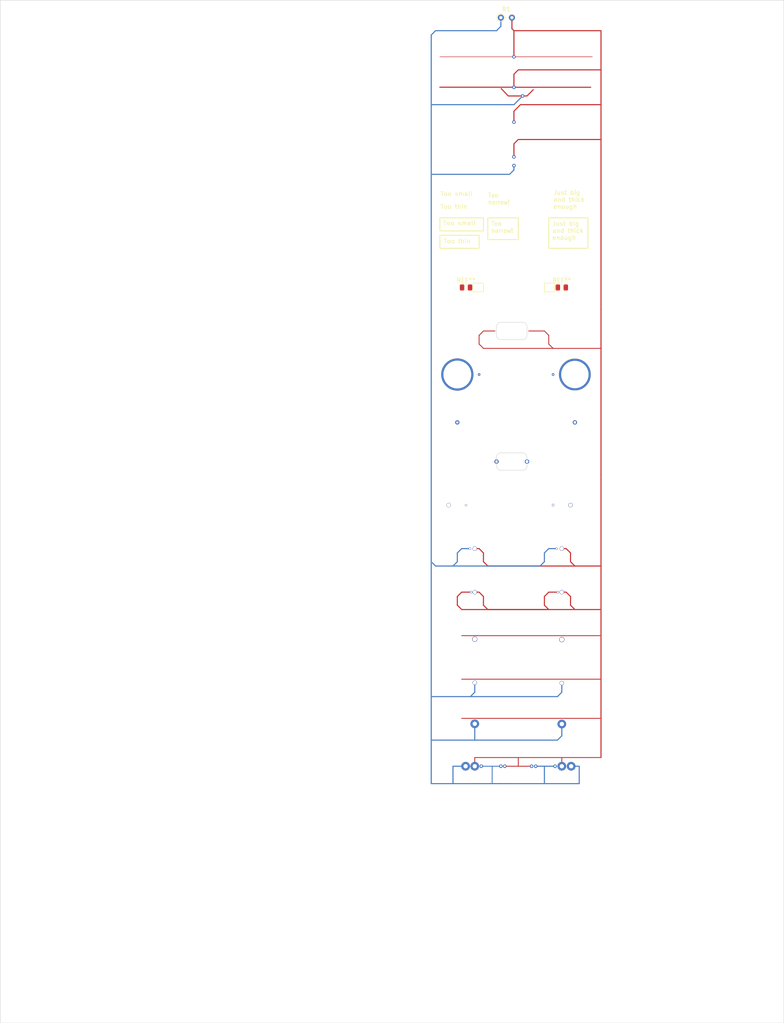
<source format=kicad_pcb>
(kicad_pcb (version 20221018) (generator pcbnew)
  (title_block (title "JLCPCB Custom Design Rules (.kicad_dru)") (date "2023-10-19") (company "LabTroll") (comment 1 "Author: Morten Hattesen"))
  (layers (0 "F.Cu" signal) (1 "In1.Cu" signal) (2 "In2.Cu" signal) (31 "B.Cu" signal) (34 "B.Paste" user) (35 "F.Paste" user) (36 "B.SilkS" user "B.Silkscreen") (37 "F.SilkS" user "F.Silkscreen") (38 "B.Mask" user) (39 "F.Mask" user) (44 "Edge.Cuts" user))
  (property "FOX" "THE QUICK BROWN FOX JUMPS OVER THE LAZY DOG")
  (property "fox" "the quick brown fox jumps over the lazy dog")
  (net 0 "")
  (net 1 "+5V")
  (net 2 "GND")
  (footprint "Resistor_SMD:R_0805_2012Metric" (layer "F.Cu") (at 143 79)
    (fp_text reference "REF**" (at 0 -1.65) (layer "F.SilkS"))
    (fp_text value "R_0805_2012Metric")
    (fp_line (start -0.227064 -0.735) (end 0.227064 -0.735) (stroke (width 0.12)) (layer "F.SilkS"))
    (fp_line (start -0.227064 0.735) (end 0.227064 0.735) (stroke (width 0.12)) (layer "F.SilkS"))
    (pad "1" smd roundrect (at -0.9125 0) (size 1.025 1.4) (layers "F.Cu" "F.Paste" "F.Mask") (roundrect_rratio 0.243902))
    (pad "2" smd roundrect (at 0.9125 0) (size 1.025 1.4) (layers "F.Cu" "F.Paste" "F.Mask") (roundrect_rratio 0.243902))
  )
  (footprint "MountingHole:MountingHole_2.2mm_M2_DIN965_Pad_TopBottom" (layer "F.Cu") (at 141 99)
    (fp_text reference "REF**" hide)
    (fp_text value "MountingHole_2.2mm_M2_DIN965_Pad_TopBottom" hide)
    (pad "1" thru_hole circle (at 0 0) (size 0.6 0.6) (drill 0.2) (layers "*.Cu" "*.Mask"))
  )
  (footprint "MountingHole:MountingHole_3.7mm_Pad_TopBottom" (layer "F.Cu") (at 119 99)
    (fp_text reference "REF**" hide)
    (fp_text value "MountingHole_3.7mm_Pad_TopBottom" hide)
    (pad "1" thru_hole circle (at 0 0) (size 7.4 7.4) (drill 6.4) (layers "*.Cu" "*.Mask"))
  )
  (footprint "MountingHole:MountingHole_2.2mm_M2_DIN965_Pad_TopBottom" (layer "F.Cu") (at 143 139)
    (fp_text reference "REF**" hide)
    (fp_text value "MountingHole_2.2mm_M2_DIN965_Pad_TopBottom" hide)
    (pad "1" thru_hole circle (at 0 0) (size 1 1) (drill 0.85) (property pad_prop_castellated) (layers "*.Cu" "*.Mask") (net 2 "GND"))
  )
  (footprint "MountingHole:MountingHole_2.2mm_M2_DIN965_Pad_TopBottom" (layer "F.Cu") (at 143 179.3)
    (fp_text reference "REF**" hide)
    (fp_text value "MountingHole_2.2mm_M2_DIN965_Pad_TopBottom" hide)
    (pad "1" thru_hole circle (at 0 0) (size 2 2) (drill 1) (property pad_prop_castellated) (layers "*.Cu" "*.Mask") (net 1 "+5V"))
  )
  (footprint "MountingHole:MountingHole_2.2mm_M2_DIN965_Pad_TopBottom" (layer "F.Cu") (at 128 119)
    (fp_text reference "REF**" hide)
    (fp_text value "MountingHole_2.2mm_M2_DIN965_Pad_TopBottom" hide)
    (pad "1" thru_hole circle (at 0 0) (size 1 1) (drill 0.5) (property pad_prop_castellated) (layers "*.Cu" "*.Mask"))
  )
  (footprint "MountingHole:MountingHole_2.2mm_M2_DIN965_Pad_TopBottom" (layer "F.Cu") (at 143 169.9)
    (fp_text reference "REF**" hide)
    (fp_text value "MountingHole_2.2mm_M2_DIN965_Pad_TopBottom" hide)
    (pad "1" thru_hole circle (at 0 0) (size 1 1) (drill 0.85) (property pad_prop_castellated) (layers "*.Cu" "*.Mask") (net 1 "+5V"))
  )
  (footprint "Connector_Pin:Pin_D0.7mm_L6.5mm_W1.8mm_FlatFork" (layer "F.Cu") (at 123 159.8)
    (fp_text reference "REF**" hide)
    (fp_text value "Pin_D0.7mm_L6.5mm_W1.8mm_FlatFork" hide)
    (pad "" np_thru_hole circle (at 0 0) (size 1.2 1.2) (drill 1) (layers "F&B.Cu" "*.Mask"))
  )
  (footprint "MountingHole:MountingHole_2.2mm_M2_DIN965_Pad_TopBottom" (layer "F.Cu") (at 135 119)
    (fp_text reference "REF**" hide)
    (fp_text value "MountingHole_2.2mm_M2_DIN965_Pad_TopBottom" hide)
    (pad "1" thru_hole circle (at 0 0) (size 1 1) (drill 0.6) (property pad_prop_castellated) (layers "*.Cu" "*.Mask"))
  )
  (footprint "MountingHole:MountingHole_2.1mm" (layer "F.Cu") (at 119 110)
    (fp_text reference "REF**" hide)
    (fp_text value "MountingHole_2.1mm" hide)
    (pad "" np_thru_hole circle (at 0 0) (size 1 1) (drill 0.45) (layers "F&B.Cu" "*.Mask"))
  )
  (footprint "Resistor_SMD:R_0805_2012Metric" (layer "F.Cu") (at 121 79)
    (fp_text reference "REF**" (at 0 -1.65) (layer "F.SilkS"))
    (fp_text value "R_0805_2012Metric")
    (fp_line (start -0.227064 -0.735) (end 0.227064 -0.735) (stroke (width 0.12)) (layer "F.SilkS"))
    (fp_line (start -0.227064 0.735) (end 0.227064 0.735) (stroke (width 0.12)) (layer "F.SilkS"))
    (pad "1" smd roundrect (at -0.9125 0) (size 1.025 1.4) (layers "F.Cu" "F.Paste" "F.Mask") (roundrect_rratio 0.243902))
    (pad "2" smd roundrect (at 0.9125 0) (size 1.025 1.4) (layers "F.Cu" "F.Paste" "F.Mask") (roundrect_rratio 0.243902))
  )
  (footprint "Connector_Pin:Pin_D0.7mm_L6.5mm_W1.8mm_FlatFork" (layer "F.Cu") (at 143 159.9)
    (fp_text reference "REF**" hide)
    (fp_text value "Pin_D0.7mm_L6.5mm_W1.8mm_FlatFork" hide)
    (pad "" np_thru_hole circle (at 0 0) (size 1.2 1.2) (drill 1) (layers "F&B.Cu" "*.Mask"))
  )
  (footprint "MountingHole:MountingHole_2.2mm_M2_DIN965_Pad_TopBottom" (layer "F.Cu") (at 143 149)
    (fp_text reference "REF**" hide)
    (fp_text value "MountingHole_2.2mm_M2_DIN965_Pad_TopBottom" hide)
    (pad "1" thru_hole circle (at 0 0) (size 1 1) (drill 0.85) (property pad_prop_castellated) (layers "*.Cu" "*.Mask") (net 2 "GND"))
  )
  (footprint "MountingHole:MountingHole_2.2mm_M2_DIN965_Pad_TopBottom" (layer "F.Cu") (at 143 189)
    (fp_text reference "REF**" hide)
    (fp_text value "MountingHole_2.2mm_M2_DIN965_Pad_TopBottom" hide)
    (pad "1" thru_hole circle (at 0 0) (size 2 2) (drill 1) (property pad_prop_castellated) (layers "*.Cu" "*.Mask") (net 2 "GND"))
  )
  (footprint "MountingHole:MountingHole_2.2mm_M2_DIN965_Pad_TopBottom" (layer "F.Cu") (at 145.15 189)
    (fp_text reference "REF**" hide)
    (fp_text value "MountingHole_2.2mm_M2_DIN965_Pad_TopBottom" hide)
    (pad "1" thru_hole circle (at 0 0) (size 2 2) (drill 1) (property pad_prop_castellated) (layers "*.Cu" "*.Mask") (net 1 "+5V"))
  )
  (footprint "MountingHole:MountingHole_2.2mm_M2_DIN965_Pad_TopBottom" (layer "F.Cu") (at 123 189)
    (fp_text reference "REF**" hide)
    (fp_text value "MountingHole_2.2mm_M2_DIN965_Pad_TopBottom" hide)
    (pad "1" thru_hole circle (at 0 0) (size 2 2) (drill 1) (property pad_prop_castellated) (layers "*.Cu" "*.Mask") (net 2 "GND"))
  )
  (footprint "MountingHole:MountingHole_2.2mm_M2_DIN965_Pad_TopBottom" (layer "F.Cu") (at 123 139)
    (fp_text reference "REF**" hide)
    (fp_text value "MountingHole_2.2mm_M2_DIN965_Pad_TopBottom" hide)
    (pad "1" thru_hole circle (at 0 0) (size 1 1) (drill 0.85) (property pad_prop_castellated) (layers "*.Cu" "*.Mask") (net 2 "GND"))
  )
  (footprint "MountingHole:MountingHole_2.2mm_M2_DIN965_Pad_TopBottom" (layer "F.Cu") (at 123 169.8)
    (fp_text reference "REF**" hide)
    (fp_text value "MountingHole_2.2mm_M2_DIN965_Pad_TopBottom" hide)
    (pad "1" thru_hole circle (at 0 0) (size 1 1) (drill 0.85) (property pad_prop_castellated) (layers "*.Cu" "*.Mask") (net 1 "+5V"))
  )
  (footprint "MountingHole:MountingHole_2.2mm_M2_DIN965_Pad_TopBottom" (layer "F.Cu") (at 120.9 189)
    (fp_text reference "REF**" hide)
    (fp_text value "MountingHole_2.2mm_M2_DIN965_Pad_TopBottom" hide)
    (pad "1" thru_hole circle (at 0 0) (size 2 2) (drill 1) (property pad_prop_castellated) (layers "*.Cu" "*.Mask") (net 1 "+5V"))
  )
  (footprint "MountingHole:MountingHole_2.2mm_M2_DIN965_Pad_TopBottom" (layer "F.Cu") (at 117 129)
    (fp_text reference "REF**" hide)
    (fp_text value "MountingHole_2.2mm_M2_DIN965_Pad_TopBottom" hide)
    (pad "1" thru_hole circle (at 0 0) (size 1 1) (drill 0.9) (property pad_prop_castellated) (layers "*.Cu" "*.Mask") (net 2 "GND"))
  )
  (footprint "MountingHole:MountingHole_2.2mm_M2_DIN965_Pad_TopBottom" (layer "F.Cu") (at 124 99)
    (fp_text reference "REF**" hide)
    (fp_text value "MountingHole_2.2mm_M2_DIN965_Pad_TopBottom" hide)
    (pad "1" thru_hole circle (at 0 0) (size 0.6 0.6) (drill 0.15) (layers "*.Cu" "*.Mask"))
  )
  (footprint "MountingHole:MountingHole_3.5mm_Pad_TopBottom" (layer "F.Cu") (at 146 99)
    (fp_text reference "REF**" hide)
    (fp_text value "MountingHole_3.5mm_Pad_TopBottom" hide)
    (pad "1" thru_hole circle (at 0 0) (size 7.3 7.3) (drill 6.3) (layers "*.Cu" "*.Mask"))
  )
  (footprint "MountingHole:MountingHole_2.1mm" (layer "F.Cu") (at 146 110)
    (fp_text reference "REF**" hide)
    (fp_text value "MountingHole_2.1mm" hide)
    (pad "" np_thru_hole circle (at 0 0) (size 1 1) (drill 0.55) (layers "F&B.Cu" "*.Mask"))
  )
  (footprint "MountingHole:MountingHole_2.2mm_M2_DIN965_Pad_TopBottom" (layer "F.Cu") (at 123 179.25)
    (fp_text reference "REF**" hide)
    (fp_text value "MountingHole_2.2mm_M2_DIN965_Pad_TopBottom" hide)
    (pad "1" thru_hole circle (at 0 0) (size 2 2) (drill 1) (property pad_prop_castellated) (layers "*.Cu" "*.Mask") (net 1 "+5V"))
  )
  (footprint "MountingHole:MountingHole_2.2mm_M2_DIN965_Pad_TopBottom" (layer "F.Cu") (at 123 149)
    (fp_text reference "REF**" hide)
    (fp_text value "MountingHole_2.2mm_M2_DIN965_Pad_TopBottom" hide)
    (pad "1" thru_hole circle (at 0 0) (size 1 1) (drill 0.85) (property pad_prop_castellated) (layers "*.Cu" "*.Mask") (net 2 "GND"))
  )
  (footprint "MountingHole:MountingHole_2.2mm_M2_DIN965_Pad_TopBottom" (layer "F.Cu") (at 145 129)
    (fp_text reference "REF**" hide)
    (fp_text value "MountingHole_2.2mm_M2_DIN965_Pad_TopBottom" hide)
    (pad "1" thru_hole circle (at 0 0) (size 1 1) (drill 0.85) (property pad_prop_castellated) (layers "*.Cu" "*.Mask") (net 2 "GND"))
  )
  (footprint "Resistor_THT:R_Axial_DIN0204_L3.6mm_D1.6mm_P2.54mm_Vertical" (layer "F.Cu") (at 129 17)
    (fp_text reference "R1" (at 1.27 -1.92) (layer "F.SilkS"))
    (fp_text value "1k")
    (fp_line (start 0.92 0) (end 1.54 0) (stroke (width 0.12)) (layer "F.SilkS"))
    (fp_circle (center 0 0) (end 0.92 0) (stroke (width 0.12)) (fill none) (layer "F.SilkS"))
    (pad "1" thru_hole circle (at 0 0) (size 1.4 1.4) (drill 0.7) (layers "*.Cu" "*.Mask") (net 1 "+5V"))
    (pad "2" thru_hole oval (at 2.54 0) (size 1.4 1.4) (drill 0.7) (layers "*.Cu" "*.Mask") (net 2 "GND"))
  )
  (gr_rect (start 122.6 78) (end 125 80) (stroke (width 0.15)) (fill none) (layer "F.SilkS"))
  (gr_rect (start 139 78) (end 141.293082 80) (stroke (width 0.15)) (fill none) (layer "F.SilkS"))
  (gr_line (start 128 90) (end 128 88) (stroke (width 0.1)) (layer "Edge.Cuts"))
  (gr_arc (start 135 90) (mid 134.707107 90.707107) (end 134 91) (stroke (width 0.1)) (layer "Edge.Cuts"))
  (gr_rect locked (start 14 13) (end 194 248) (stroke (width 0.1)) (fill none) (layer "Edge.Cuts"))
  (gr_line (start 128 120) (end 128 118) (stroke (width 0.1)) (layer "Edge.Cuts"))
  (gr_arc (start 128 88) (mid 128.292893 87.292893) (end 129 87) (stroke (width 0.1)) (layer "Edge.Cuts"))
  (gr_line (start 135 118) (end 135 120) (stroke (width 0.1)) (layer "Edge.Cuts"))
  (gr_line (start 129 117) (end 134 117) (stroke (width 0.1)) (layer "Edge.Cuts"))
  (gr_line (start 135 88) (end 135 90) (stroke (width 0.1)) (layer "Edge.Cuts"))
  (gr_arc (start 129 121) (mid 128.292893 120.707107) (end 128 120) (stroke (width 0.1)) (layer "Edge.Cuts"))
  (gr_arc (start 134 87) (mid 134.707107 87.292893) (end 135 88) (stroke (width 0.1)) (layer "Edge.Cuts"))
  (gr_arc (start 134 117) (mid 134.707107 117.292893) (end 135 118) (stroke (width 0.1)) (layer "Edge.Cuts"))
  (gr_line (start 134 91) (end 129 91) (stroke (width 0.1)) (layer "Edge.Cuts"))
  (gr_line (start 134 121) (end 129 121) (stroke (width 0.1)) (layer "Edge.Cuts"))
  (gr_arc (start 135 120) (mid 134.707107 120.707107) (end 134 121) (stroke (width 0.1)) (layer "Edge.Cuts"))
  (gr_arc (start 128 118) (mid 128.292893 117.292893) (end 129 117) (stroke (width 0.1)) (layer "Edge.Cuts"))
  (gr_line (start 129 87) (end 134 87) (stroke (width 0.1)) (layer "Edge.Cuts"))
  (gr_arc (start 129 91) (mid 128.292893 90.707107) (end 128 90) (stroke (width 0.1)) (layer "Edge.Cuts"))
  (gr_text "Too thin" (at 115 61) (layer "F.SilkS") (effects (font (size 1 1) (thickness 0.14)) (justify left bottom)))
  (gr_text "Just big \nand thick\nenough" (at 141 61) (layer "F.SilkS") (effects (font (size 1 1)) (justify left bottom)))
  (gr_text "Too small" (at 115 58) (layer "F.SilkS") (effects (font (size 0.9 1)) (justify left bottom)))
  (gr_text "Too\nnarrow!" (at 126 60) (layer "F.SilkS") (effects (font (size 1 0.9)) (justify left bottom)))
  (gr_text_box "Too narrow!" (start 126 63) (end 133 68) (layer "F.SilkS") (effects (font (size 1 0.9)) (justify left top)) (stroke (width 0.2)))
  (gr_text_box "Too small" (start 115 63) (end 125 66) (layer "F.SilkS") (effects (font (size 0.9 1)) (justify left top)) (stroke (width 0.2)))
  (gr_text_box "Too thin" (start 115 67) (end 124 70) (layer "F.SilkS") (effects (font (size 1 1) (thickness 0.14)) (justify left top)) (stroke (width 0.2)))
  (gr_text_box "Just big\nand thick\nenough" (start 140 63) (end 149 70) (layer "F.SilkS") (effects (font (size 1 1)) (justify left top)) (stroke (width 0.2)))
  (segment (start 135 35) (end 136.444 33.556) (width 0.25) (layer "F.Cu") (net 1))
  (segment (start 134 35) (end 130.706045 35) (width 0.25) (layer "F.Cu") (net 1))
  (segment (start 134 35) (end 135 35) (width 0.25) (layer "F.Cu") (net 1))
  (segment (start 130.706045 35) (end 129.079835 33.3) (width 0.25) (layer "F.Cu") (net 1))
  (via (at 124.5 189) (size 0.8) (drill 0.4) (layers "F.Cu" "B.Cu") (net 1))
  (via (at 121.9 139) (size 0.55) (drill 0.4) (layers "F.Cu" "B.Cu") (net 1))
  (via (at 141.45 189) (size 0.8) (drill 0.4) (layers "F.Cu" "B.Cu") (net 1))
  (via (at 134 35) (size 0.8) (drill 0.4) (layers "F.Cu" "B.Cu") (net 1))
  (via (at 132 50.993407) (size 0.8) (drill 0.4) (layers "F.Cu" "B.Cu") (net 1))
  (via (at 129 189) (size 0.8) (drill 0.4) (layers "F.Cu" "B.Cu") (net 1))
  (via (at 141.8 139) (size 0.55) (drill 0.4) (layers "F.Cu" "B.Cu") (net 1))
  (via (at 137 189) (size 0.8) (drill 0.4) (layers "F.Cu" "B.Cu") (net 1))
  (segment (start 132 52) (end 131 53) (width 0.25) (layer "B.Cu") (net 1))
  (segment (start 143 172) (end 143 169.9) (width 0.25) (layer "B.Cu") (net 1))
  (segment (start 140 139) (end 139 140) (width 0.25) (layer "B.Cu") (net 1))
  (segment (start 132 37) (end 134 35) (width 0.25) (layer "B.Cu") (net 1))
  (segment (start 113 183) (end 123 183) (width 0.25) (layer "B.Cu") (net 1))
  (segment (start 122 173) (end 142 173) (width 0.25) (layer "B.Cu") (net 1))
  (segment (start 131 193) (end 139 193) (width 0.25) (layer "B.Cu") (net 1))
  (segment (start 123 183) (end 123 179.25) (width 0.25) (layer "B.Cu") (net 1))
  (segment (start 139 189) (end 137 189) (width 0.25) (layer "B.Cu") (net 1))
  (segment (start 113 193) (end 123 193) (width 0.25) (layer "B.Cu") (net 1))
  (segment (start 132 50.993407) (end 132 52) (width 0.25) (layer "B.Cu") (net 1))
  (segment (start 147 193) (end 147 189) (width 0.25) (layer "B.Cu") (net 1))
  (segment (start 113 173) (end 113 183) (width 0.25) (layer "B.Cu") (net 1))
  (segment (start 114 143) (end 118 143) (width 0.25) (layer "B.Cu") (net 1))
  (segment (start 127 189) (end 127 193) (width 0.2) (layer "B.Cu") (net 1))
  (segment (start 113 53) (end 113 37) (width 0.25) (layer "B.Cu") (net 1))
  (segment (start 128 20) (end 114 20) (width 0.25) (layer "B.Cu") (net 1))
  (segment (start 123 193) (end 129 193) (width 0.25) (layer "B.Cu") (net 1))
  (segment (start 123 172) (end 123 169.8) (width 0.25) (layer "B.Cu") (net 1))
  (segment (start 113 53) (end 113 142) (width 0.25) (layer "B.Cu") (net 1))
  (segment (start 147 189) (end 145.15 189) (width 0.25) (layer "B.Cu") (net 1))
  (segment (start 129 17) (end 129 19) (width 0.25) (layer "B.Cu") (net 1))
  (segment (start 129 189) (end 124.6 189) (width 0.2) (layer "B.Cu") (net 1))
  (segment (start 113 142) (end 113 173) (width 0.25) (layer "B.Cu") (net 1))
  (segment (start 139 140) (end 139 142) (width 0.25) (layer "B.Cu") (net 1))
  (segment (start 119 142) (end 118 143) (width 0.25) (layer "B.Cu") (net 1))
  (segment (start 129 19) (end 128 20) (width 0.25) (layer "B.Cu") (net 1))
  (segment (start 139 189) (end 139 193) (width 0.25) (layer "B.Cu") (net 1))
  (segment (start 114 20) (end 113 21) (width 0.25) (layer "B.Cu") (net 1))
  (segment (start 113 21) (end 113 37) (width 0.25) (layer "B.Cu") (net 1))
  (segment (start 120 139) (end 119 140) (width 0.25) (layer "B.Cu") (net 1))
  (segment (start 143 182) (end 143 179.3) (width 0.25) (layer "B.Cu") (net 1))
  (segment (start 122 173) (end 123 172) (width 0.25) (layer "B.Cu") (net 1))
  (segment (start 142 173) (end 143 172) (width 0.25) (layer "B.Cu") (net 1))
  (segment (start 141.4 189) (end 139 189) (width 0.25) (layer "B.Cu") (net 1))
  (segment (start 113 142) (end 114 143) (width 0.25) (layer "B.Cu") (net 1))
  (segment (start 129 193) (end 131 193) (width 0.25) (layer "B.Cu") (net 1))
  (segment (start 113 173) (end 122 173) (width 0.25) (layer "B.Cu") (net 1))
  (segment (start 118 193) (end 118 189) (width 0.25) (layer "B.Cu") (net 1))
  (segment (start 118 189) (end 120 189) (width 0.25) (layer "B.Cu") (net 1))
  (segment (start 113 183) (end 113 193) (width 0.25) (layer "B.Cu") (net 1))
  (segment (start 141.8 139) (end 140 139) (width 0.25) (layer "B.Cu") (net 1))
  (segment (start 113 37) (end 132 37) (width 0.25) (layer "B.Cu") (net 1))
  (segment (start 123 183) (end 142 183) (width 0.25) (layer "B.Cu") (net 1))
  (segment (start 142 183) (end 143 182) (width 0.25) (layer "B.Cu") (net 1))
  (segment (start 139 142) (end 138 143) (width 0.25) (layer "B.Cu") (net 1))
  (segment (start 139 193) (end 147 193) (width 0.25) (layer "B.Cu") (net 1))
  (segment (start 131 53) (end 113 53) (width 0.25) (layer "B.Cu") (net 1))
  (segment (start 138 143) (end 118 143) (width 0.25) (layer "B.Cu") (net 1))
  (segment (start 121.7 139) (end 120 139) (width 0.25) (layer "B.Cu") (net 1))
  (segment (start 119 140) (end 119 142) (width 0.25) (layer "B.Cu") (net 1))
  (segment (start 125 93) (end 124 92) (width 0.2) (layer "F.Cu") (net 2))
  (segment (start 133 29) (end 152 29) (width 0.25) (layer "F.Cu") (net 2))
  (segment (start 123 139) (end 124 139) (width 0.25) (layer "F.Cu") (net 2))
  (segment (start 145 152) (end 145 150) (width 0.25) (layer "F.Cu") (net 2))
  (segment (start 152 187) (end 123 187) (width 0.2) (layer "F.Cu") (net 2))
  (segment (start 131.991304 32.991304) (end 115.008696 32.991304) (width 0.25) (layer "F.Cu") (net 2))
  (segment (start 124 139) (end 125 140) (width 0.25) (layer "F.Cu") (net 2))
  (segment (start 123 187) (end 123 189) (width 0.2) (layer "F.Cu") (net 2))
  (segment (start 125 140) (end 125 142) (width 0.25) (layer "F.Cu") (net 2))
  (segment (start 132 20) (end 131.54 19.54) (width 0.25) (layer "F.Cu") (net 2))
  (segment (start 132 20) (end 152 20) (width 0.25) (layer "F.Cu") (net 2))
  (segment (start 152 169) (end 120 169) (width 0.2) (layer "F.Cu") (net 2))
  (segment (start 152 37) (end 133.5 37) (width 0.25) (layer "F.Cu") (net 2))
  (segment (start 119 152) (end 120 153) (width 0.25) (layer "F.Cu") (net 2))
  (segment (start 144 139) (end 143 139) (width 0.25) (layer "F.Cu") (net 2))
  (segment (start 125 152) (end 125 150) (width 0.25) (layer "F.Cu") (net 2))
  (segment (start 145 150) (end 144 149) (width 0.25) (layer "F.Cu") (net 2))
  (segment (start 115.008696 32.991304) (end 115 33) (width 0.25) (layer "F.Cu") (net 2))
  (segment (start 145 140) (end 144 139) (width 0.25) (layer "F.Cu") (net 2))
  (segment (start 144 149) (end 143 149) (width 0.25) (layer "F.Cu") (net 2))
  (segment (start 140 90) (end 139 89) (width 0.2) (layer "F.Cu") (net 2))
  (segment (start 139 152) (end 139 150) (width 0.25) (layer "F.Cu") (net 2))
  (segment (start 152 93) (end 141 93) (width 0.2) (layer "F.Cu") (net 2))
  (segment (start 132 48.993407) (end 131.991304 48.984711) (width 0.25) (layer "F.Cu") (net 2))
  (segment (start 130 189) (end 136 189) (width 0.2) (layer "F.Cu") (net 2))
  (segment (start 133.5 37) (end 132 38.5) (width 0.25) (layer "F.Cu") (net 2))
  (segment (start 152 178) (end 120 178) (width 0.2) (layer "F.Cu") (net 2))
  (segment (start 152 153) (end 126 153) (width 0.25) (layer "F.Cu") (net 2))
  (segment (start 132 26) (end 150 26) (width 0.13) (layer "F.Cu") (net 2))
  (segment (start 132 33) (end 131.991304 32.991304) (width 0.25) (layer "F.Cu") (net 2))
  (segment (start 133 45) (end 132 46) (width 0.25) (layer "F.Cu") (net 2))
  (segment (start 141 93) (end 140 92) (width 0.2) (layer "F.Cu") (net 2))
  (segment (start 124 90) (end 125 89) (width 0.2) (layer "F.Cu") (net 2))
  (segment (start 140 153) (end 139 152) (width 0.25) (layer "F.Cu") (net 2))
  (segment (start 143 187) (end 143 189) (width 0.2) (layer "F.Cu") (net 2))
  (segment (start 140 149) (end 142.1 149) (width 0.25) (layer "F.Cu") (net 2))
  (segment (start 152 143) (end 152 187) (width 0.25) (layer "F.Cu") (net 2))
  (segment (start 152 159) (end 120 159) (width 0.2) (layer "F.Cu") (net 2))
  (segment (start 145 142) (end 145 140) (width 0.25) (layer "F.Cu") (net 2))
  (segment (start 125 150) (end 124 149) (width 0.25) (layer "F.Cu") (net 2))
  (segment (start 126 153) (end 125 152) (width 0.25) (layer "F.Cu") (net 2))
  (segment (start 152 84) (end 152 93) (width 0.25) (layer "F.Cu") (net 2))
  (segment (start 131.54 19.54) (end 131.54 17) (width 0.25) (layer "F.Cu") (net 2))
  (segment (start 152 37) (end 152 45) (width 0.25) (layer "F.Cu") (net 2))
  (segment (start 152 93) (end 152 122) (width 0.25) (layer "F.Cu") (net 2))
  (segment (start 141 93) (end 125 93) (width 0.2) (layer "F.Cu") (net 2))
  (segment (start 146 153) (end 145 152) (width 0.25) (layer "F.Cu") (net 2))
  (segment (start 125 89) (end 127.65 89) (width 0.2) (layer "F.Cu") (net 2))
  (segment (start 115 26) (end 132 26) (width 0.12) (layer "F.Cu") (net 2))
  (segment (start 120 153) (end 140 153) (width 0.25) (layer "F.Cu") (net 2))
  (segment (start 132 26) (end 132 20) (width 0.25) (layer "F.Cu") (net 2))
  (segment (start 152 143) (end 152 122) (width 0.25) (layer "F.Cu") (net 2))
  (segment (start 139 150) (end 140 149) (width 0.25) (layer "F.Cu") (net 2))
  (segment (start 132 33) (end 149.6408 33) (width 0.25) (layer "F.Cu") (net 2))
  (segment (start 132 30) (end 133 29) (width 0.25) (layer "F.Cu") (net 2))
  (segment (start 152 29) (end 152 37) (width 0.25) (layer "F.Cu") (net 2))
  (segment (start 120 149) (end 119 150) (width 0.25) (layer "F.Cu") (net 2))
  (segment (start 132 33) (end 132 30) (width 0.25) (layer "F.Cu") (net 2))
  (segment (start 152 45) (end 133 45) (width 0.25) (layer "F.Cu") (net 2))
  (segment (start 133 187) (end 133 189) (width 0.2) (layer "F.Cu") (net 2))
  (segment (start 146 143) (end 145 142) (width 0.25) (layer "F.Cu") (net 2))
  (segment (start 119 150) (end 119 152) (width 0.25) (layer "F.Cu") (net 2))
  (segment (start 125 142) (end 126 143) (width 0.25) (layer "F.Cu") (net 2))
  (segment (start 122.1 149) (end 120 149) (width 0.25) (layer "F.Cu") (net 2))
  (segment (start 124 149) (end 123 149) (width 0.25) (layer "F.Cu") (net 2))
  (segment (start 152 20) (end 152 29) (width 0.25) (layer "F.Cu") (net 2))
  (segment (start 126 143) (end 152 143) (width 0.25) (layer "F.Cu") (net 2))
  (segment (start 124 92) (end 124 90) (width 0.2) (layer "F.Cu") (net 2))
  (segment (start 132 46) (end 132 48.993407) (width 0.25) (layer "F.Cu") (net 2))
  (segment (start 140 92) (end 140 90) (width 0.2) (layer "F.Cu") (net 2))
  (segment (start 152 45) (end 152 84) (width 0.25) (layer "F.Cu") (net 2))
  (segment (start 139 89) (end 135.4 89) (width 0.2) (layer "F.Cu") (net 2))
  (segment (start 132 38.5) (end 132 41) (width 0.25) (layer "F.Cu") (net 2))
  (via (at 141 129) (size 0.55) (drill 0.4) (layers "F.Cu" "B.Cu") (net 2))
  (via (at 129.9 189) (size 0.8) (drill 0.4) (layers "F.Cu" "B.Cu") (net 2))
  (via (at 132 26) (size 0.8) (drill 0.4) (layers "F.Cu" "B.Cu") (net 2))
  (via (at 132 41) (size 0.8) (drill 0.4) (layers "F.Cu" "B.Cu") (net 2))
  (via (at 122.15 149) (size 0.55) (drill 0.4) (layers "F.Cu" "B.Cu") (net 2))
  (via (at 136.05 189) (size 0.8) (drill 0.4) (layers "F.Cu" "B.Cu") (net 2))
  (via (at 132 33) (size 0.8) (drill 0.4) (layers "F.Cu" "B.Cu") (net 2))
  (via (at 142.1 149) (size 0.55) (drill 0.4) (layers "F.Cu" "B.Cu") (net 2))
  (via (at 132 48.993407) (size 0.8) (drill 0.4) (layers "F.Cu" "B.Cu") (net 2))
  (via (at 121 129) (size 0.5) (drill 0.4) (layers "F.Cu" "B.Cu") (net 2))
  (segment (start 132 33) (end 131.991304 32.991304) (width 0.25) (layer "B.Cu") (net 2))
)
</source>
